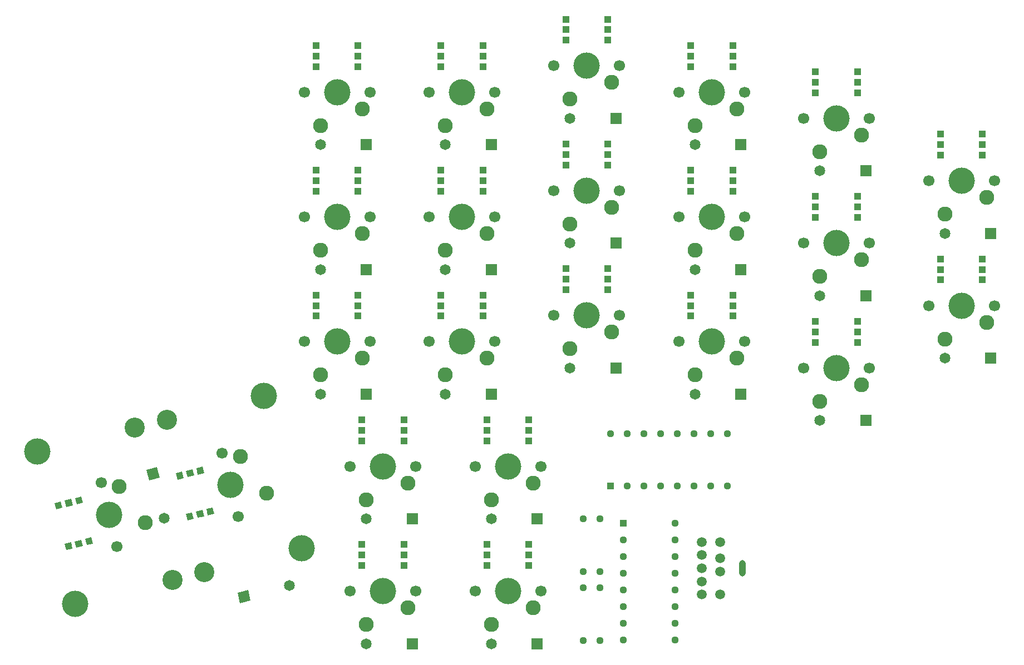
<source format=gbr>
%TF.GenerationSoftware,KiCad,Pcbnew,(5.1.10)-1*%
%TF.CreationDate,2021-08-19T22:55:08-05:00*%
%TF.ProjectId,RightHand,52696768-7448-4616-9e64-2e6b69636164,rev?*%
%TF.SameCoordinates,Original*%
%TF.FileFunction,Soldermask,Bot*%
%TF.FilePolarity,Negative*%
%FSLAX46Y46*%
G04 Gerber Fmt 4.6, Leading zero omitted, Abs format (unit mm)*
G04 Created by KiCad (PCBNEW (5.1.10)-1) date 2021-08-19 22:55:08*
%MOMM*%
%LPD*%
G01*
G04 APERTURE LIST*
%ADD10C,1.130000*%
%ADD11R,1.130000X1.130000*%
%ADD12C,1.500000*%
%ADD13O,1.000000X2.500000*%
%ADD14C,4.000000*%
%ADD15C,1.700000*%
%ADD16C,2.286000*%
%ADD17C,1.651000*%
%ADD18R,1.651000X1.651000*%
%ADD19R,1.000000X1.000000*%
%ADD20C,3.050000*%
%ADD21C,0.100000*%
G04 APERTURE END LIST*
D10*
%TO.C,UREG1*%
X151470000Y-79110000D03*
X151470000Y-81650000D03*
X151470000Y-84190000D03*
X151470000Y-86730000D03*
X151470000Y-89270000D03*
X151470000Y-91810000D03*
X151470000Y-94350000D03*
X151470000Y-96890000D03*
X143530000Y-96890000D03*
X143530000Y-94350000D03*
X143530000Y-91810000D03*
X143530000Y-89270000D03*
X143530000Y-86730000D03*
X143530000Y-84190000D03*
X143530000Y-81650000D03*
D11*
X143530000Y-79110000D03*
%TD*%
D10*
%TO.C,UDEMUX1*%
X141610000Y-65530000D03*
X144150000Y-65530000D03*
X146690000Y-65530000D03*
X149230000Y-65530000D03*
X151770000Y-65530000D03*
X154310000Y-65530000D03*
X156850000Y-65530000D03*
X159390000Y-65530000D03*
X159390000Y-73470000D03*
X156850000Y-73470000D03*
X154310000Y-73470000D03*
X151770000Y-73470000D03*
X149230000Y-73470000D03*
X146690000Y-73470000D03*
X144150000Y-73470000D03*
D11*
X141610000Y-73470000D03*
%TD*%
D12*
%TO.C,UD9*%
X155500000Y-82000000D03*
X155500000Y-84000000D03*
X155500000Y-86000000D03*
X155500000Y-88000000D03*
X155500000Y-90000000D03*
X158300000Y-90000000D03*
X158300000Y-82000000D03*
X158300000Y-84500000D03*
X158300000Y-86500000D03*
D13*
X161650000Y-86000000D03*
%TD*%
D10*
%TO.C,R3*%
X137500000Y-78500000D03*
X137500000Y-86500000D03*
%TD*%
%TO.C,R2*%
X140000000Y-78500000D03*
X140000000Y-86500000D03*
%TD*%
%TO.C,R1*%
X140000000Y-97000000D03*
X140000000Y-89000000D03*
%TD*%
%TO.C,R0*%
X137500000Y-89000000D03*
X137500000Y-97000000D03*
%TD*%
D14*
%TO.C,KY1*%
X100000000Y-13500000D03*
D15*
X95000000Y-13500000D03*
X105000000Y-13500000D03*
D16*
X103810000Y-16040000D03*
X97460000Y-18580000D03*
D17*
X97460000Y-21500000D03*
D18*
X104460000Y-21500000D03*
D19*
X96800000Y-6400000D03*
X96800000Y-8000000D03*
X96800000Y-9600000D03*
X103200000Y-6400000D03*
X103200000Y-8000000D03*
X103200000Y-9600000D03*
%TD*%
D14*
%TO.C,KU1*%
X119000000Y-13500000D03*
D15*
X114000000Y-13500000D03*
X124000000Y-13500000D03*
D16*
X122810000Y-16040000D03*
X116460000Y-18580000D03*
D17*
X116460000Y-21500000D03*
D18*
X123460000Y-21500000D03*
D19*
X115800000Y-6400000D03*
X115800000Y-8000000D03*
X115800000Y-9600000D03*
X122200000Y-6400000D03*
X122200000Y-8000000D03*
X122200000Y-9600000D03*
%TD*%
D14*
%TO.C,KTG_D1*%
X126000000Y-89500000D03*
D15*
X121000000Y-89500000D03*
X131000000Y-89500000D03*
D16*
X129810000Y-92040000D03*
X123460000Y-94580000D03*
D17*
X123460000Y-97500000D03*
D18*
X130460000Y-97500000D03*
D19*
X122800000Y-82400000D03*
X122800000Y-84000000D03*
X122800000Y-85600000D03*
X129200000Y-82400000D03*
X129200000Y-84000000D03*
X129200000Y-85600000D03*
%TD*%
D14*
%TO.C,KTG_C1*%
X107000000Y-89500000D03*
D15*
X102000000Y-89500000D03*
X112000000Y-89500000D03*
D16*
X110810000Y-92040000D03*
X104460000Y-94580000D03*
D17*
X104460000Y-97500000D03*
D18*
X111460000Y-97500000D03*
D19*
X103800000Y-82400000D03*
X103800000Y-84000000D03*
X103800000Y-85600000D03*
X110200000Y-82400000D03*
X110200000Y-84000000D03*
X110200000Y-85600000D03*
%TD*%
D14*
%TO.C,KTG_B1*%
X126000000Y-70500000D03*
D15*
X121000000Y-70500000D03*
X131000000Y-70500000D03*
D16*
X129810000Y-73040000D03*
X123460000Y-75580000D03*
D17*
X123460000Y-78500000D03*
D18*
X130460000Y-78500000D03*
D19*
X129200000Y-66600000D03*
X129200000Y-65000000D03*
X129200000Y-63400000D03*
X122800000Y-66600000D03*
X122800000Y-65000000D03*
X122800000Y-63400000D03*
%TD*%
D14*
%TO.C,KTG_A1*%
X107000000Y-70500000D03*
D15*
X102000000Y-70500000D03*
X112000000Y-70500000D03*
D16*
X110810000Y-73040000D03*
X104460000Y-75580000D03*
D17*
X104460000Y-78500000D03*
D18*
X111460000Y-78500000D03*
D19*
X110200000Y-66600000D03*
X110200000Y-65000000D03*
X110200000Y-63400000D03*
X103800000Y-66600000D03*
X103800000Y-65000000D03*
X103800000Y-63400000D03*
%TD*%
D14*
%TO.C,KSEMICOLON1*%
X176000000Y-36500000D03*
D15*
X171000000Y-36500000D03*
X181000000Y-36500000D03*
D16*
X179810000Y-39040000D03*
X173460000Y-41580000D03*
D17*
X173460000Y-44500000D03*
D18*
X180460000Y-44500000D03*
D19*
X179200000Y-32600000D03*
X179200000Y-31000000D03*
X179200000Y-29400000D03*
X172800000Y-32600000D03*
X172800000Y-31000000D03*
X172800000Y-29400000D03*
%TD*%
D14*
%TO.C,KPERIOD1*%
X157000000Y-51500000D03*
D15*
X152000000Y-51500000D03*
X162000000Y-51500000D03*
D16*
X160810000Y-54040000D03*
X154460000Y-56580000D03*
D17*
X154460000Y-59500000D03*
D18*
X161460000Y-59500000D03*
D19*
X153800000Y-44400000D03*
X153800000Y-46000000D03*
X153800000Y-47600000D03*
X160200000Y-44400000D03*
X160200000Y-46000000D03*
X160200000Y-47600000D03*
%TD*%
D14*
%TO.C,KP1*%
X176000000Y-17500000D03*
D15*
X171000000Y-17500000D03*
X181000000Y-17500000D03*
D16*
X179810000Y-20040000D03*
X173460000Y-22580000D03*
D17*
X173460000Y-25500000D03*
D18*
X180460000Y-25500000D03*
D19*
X172800000Y-10400000D03*
X172800000Y-12000000D03*
X172800000Y-13600000D03*
X179200000Y-10400000D03*
X179200000Y-12000000D03*
X179200000Y-13600000D03*
%TD*%
D14*
%TO.C,KO1*%
X157000000Y-13500000D03*
D15*
X152000000Y-13500000D03*
X162000000Y-13500000D03*
D16*
X160810000Y-16040000D03*
X154460000Y-18580000D03*
D17*
X154460000Y-21500000D03*
D18*
X161460000Y-21500000D03*
D19*
X153800000Y-6400000D03*
X153800000Y-8000000D03*
X153800000Y-9600000D03*
X160200000Y-6400000D03*
X160200000Y-8000000D03*
X160200000Y-9600000D03*
%TD*%
D14*
%TO.C,KN1*%
X100000000Y-51500000D03*
D15*
X95000000Y-51500000D03*
X105000000Y-51500000D03*
D16*
X103810000Y-54040000D03*
X97460000Y-56580000D03*
D17*
X97460000Y-59500000D03*
D18*
X104460000Y-59500000D03*
D19*
X96800000Y-44400000D03*
X96800000Y-46000000D03*
X96800000Y-47600000D03*
X103200000Y-44400000D03*
X103200000Y-46000000D03*
X103200000Y-47600000D03*
%TD*%
D14*
%TO.C,KM1*%
X119000000Y-51500000D03*
D15*
X114000000Y-51500000D03*
X124000000Y-51500000D03*
D16*
X122810000Y-54040000D03*
X116460000Y-56580000D03*
D17*
X116460000Y-59500000D03*
D18*
X123460000Y-59500000D03*
D19*
X115800000Y-44400000D03*
X115800000Y-46000000D03*
X115800000Y-47600000D03*
X122200000Y-44400000D03*
X122200000Y-46000000D03*
X122200000Y-47600000D03*
%TD*%
D14*
%TO.C,KL1*%
X157000000Y-32500000D03*
D15*
X152000000Y-32500000D03*
X162000000Y-32500000D03*
D16*
X160810000Y-35040000D03*
X154460000Y-37580000D03*
D17*
X154460000Y-40500000D03*
D18*
X161460000Y-40500000D03*
D19*
X160200000Y-28600000D03*
X160200000Y-27000000D03*
X160200000Y-25400000D03*
X153800000Y-28600000D03*
X153800000Y-27000000D03*
X153800000Y-25400000D03*
%TD*%
D14*
%TO.C,KK1*%
X138000000Y-28500000D03*
D15*
X133000000Y-28500000D03*
X143000000Y-28500000D03*
D16*
X141810000Y-31040000D03*
X135460000Y-33580000D03*
D17*
X135460000Y-36500000D03*
D18*
X142460000Y-36500000D03*
D19*
X141200000Y-24600000D03*
X141200000Y-23000000D03*
X141200000Y-21400000D03*
X134800000Y-24600000D03*
X134800000Y-23000000D03*
X134800000Y-21400000D03*
%TD*%
D14*
%TO.C,KJ1*%
X119000000Y-32500000D03*
D15*
X114000000Y-32500000D03*
X124000000Y-32500000D03*
D16*
X122810000Y-35040000D03*
X116460000Y-37580000D03*
D17*
X116460000Y-40500000D03*
D18*
X123460000Y-40500000D03*
D19*
X122200000Y-28600000D03*
X122200000Y-27000000D03*
X122200000Y-25400000D03*
X115800000Y-28600000D03*
X115800000Y-27000000D03*
X115800000Y-25400000D03*
%TD*%
D14*
%TO.C,KI1*%
X138000000Y-9500000D03*
D15*
X133000000Y-9500000D03*
X143000000Y-9500000D03*
D16*
X141810000Y-12040000D03*
X135460000Y-14580000D03*
D17*
X135460000Y-17500000D03*
D18*
X142460000Y-17500000D03*
D19*
X134800000Y-2400000D03*
X134800000Y-4000000D03*
X134800000Y-5600000D03*
X141200000Y-2400000D03*
X141200000Y-4000000D03*
X141200000Y-5600000D03*
%TD*%
D14*
%TO.C,KH1*%
X100000000Y-32500000D03*
D15*
X95000000Y-32500000D03*
X105000000Y-32500000D03*
D16*
X103810000Y-35040000D03*
X97460000Y-37580000D03*
D17*
X97460000Y-40500000D03*
D18*
X104460000Y-40500000D03*
D19*
X103200000Y-28600000D03*
X103200000Y-27000000D03*
X103200000Y-25400000D03*
X96800000Y-28600000D03*
X96800000Y-27000000D03*
X96800000Y-25400000D03*
%TD*%
D14*
%TO.C,KFSLASH1*%
X176000000Y-55500000D03*
D15*
X171000000Y-55500000D03*
X181000000Y-55500000D03*
D16*
X179810000Y-58040000D03*
X173460000Y-60580000D03*
D17*
X173460000Y-63500000D03*
D18*
X180460000Y-63500000D03*
D19*
X172800000Y-48400000D03*
X172800000Y-50000000D03*
X172800000Y-51600000D03*
X179200000Y-48400000D03*
X179200000Y-50000000D03*
X179200000Y-51600000D03*
%TD*%
D14*
%TO.C,KENTER1*%
X195000000Y-46000000D03*
D15*
X190000000Y-46000000D03*
X200000000Y-46000000D03*
D16*
X198810000Y-48540000D03*
X192460000Y-51080000D03*
D17*
X192460000Y-54000000D03*
D18*
X199460000Y-54000000D03*
D19*
X198200000Y-42100000D03*
X198200000Y-40500000D03*
X198200000Y-38900000D03*
X191800000Y-42100000D03*
X191800000Y-40500000D03*
X191800000Y-38900000D03*
%TD*%
D14*
%TO.C,KCOMMA1*%
X138000000Y-47500000D03*
D15*
X133000000Y-47500000D03*
X143000000Y-47500000D03*
D16*
X141810000Y-50040000D03*
X135460000Y-52580000D03*
D17*
X135460000Y-55500000D03*
D18*
X142460000Y-55500000D03*
D19*
X134800000Y-40400000D03*
X134800000Y-42000000D03*
X134800000Y-43600000D03*
X141200000Y-40400000D03*
X141200000Y-42000000D03*
X141200000Y-43600000D03*
%TD*%
D14*
%TO.C,KBACKSPACE1*%
X195000000Y-27000000D03*
D15*
X190000000Y-27000000D03*
X200000000Y-27000000D03*
D16*
X198810000Y-29540000D03*
X192460000Y-32080000D03*
D17*
X192460000Y-35000000D03*
D18*
X199460000Y-35000000D03*
D19*
X191800000Y-19900000D03*
X191800000Y-21500000D03*
X191800000Y-23100000D03*
X198200000Y-19900000D03*
X198200000Y-21500000D03*
X198200000Y-23100000D03*
%TD*%
D14*
%TO.C,KT2_1*%
X88896257Y-59753541D03*
X94592436Y-82944228D03*
D20*
X79792350Y-86579478D03*
X74096171Y-63388791D03*
D14*
X83742200Y-73314400D03*
D15*
X84934867Y-78170071D03*
X82549533Y-68458729D03*
D16*
X85300069Y-69008503D03*
X89281437Y-74569331D03*
D17*
X92730631Y-88611933D03*
D21*
G36*
X86853581Y-90905512D02*
G01*
X85250238Y-91299331D01*
X84856419Y-89695988D01*
X86459762Y-89302169D01*
X86853581Y-90905512D01*
G37*
G36*
X79796303Y-71503351D02*
G01*
X78825169Y-71741885D01*
X78586635Y-70770751D01*
X79557769Y-70532217D01*
X79796303Y-71503351D01*
G37*
G36*
X78242488Y-71885004D02*
G01*
X77271354Y-72123538D01*
X77032820Y-71152404D01*
X78003954Y-70913870D01*
X78242488Y-71885004D01*
G37*
G36*
X76688674Y-72266658D02*
G01*
X75717540Y-72505192D01*
X75479006Y-71534058D01*
X76450140Y-71295524D01*
X76688674Y-72266658D01*
G37*
G36*
X81322917Y-77718610D02*
G01*
X80351783Y-77957144D01*
X80113249Y-76986010D01*
X81084383Y-76747476D01*
X81322917Y-77718610D01*
G37*
G36*
X79769103Y-78100264D02*
G01*
X78797969Y-78338798D01*
X78559435Y-77367664D01*
X79530569Y-77129130D01*
X79769103Y-78100264D01*
G37*
G36*
X78215288Y-78481917D02*
G01*
X77244154Y-78720451D01*
X77005620Y-77749317D01*
X77976754Y-77510783D01*
X78215288Y-78481917D01*
G37*
%TD*%
D20*
%TO.C,KT2_2*%
X74936629Y-87772009D03*
X69240450Y-64581322D03*
D14*
X60136543Y-91407259D03*
X54440364Y-68216572D03*
X65290600Y-77846400D03*
D15*
X66483267Y-82702071D03*
X64097933Y-72990729D03*
D16*
X66848469Y-73540503D03*
X70829837Y-79101331D03*
D17*
X73665549Y-78404813D03*
D21*
G36*
X72994396Y-72211635D02*
G01*
X71391053Y-72605454D01*
X70997234Y-71002111D01*
X72600577Y-70608292D01*
X72994396Y-72211635D01*
G37*
G36*
X59763688Y-83013917D02*
G01*
X58792554Y-83252451D01*
X58554020Y-82281317D01*
X59525154Y-82042783D01*
X59763688Y-83013917D01*
G37*
G36*
X61317503Y-82632264D02*
G01*
X60346369Y-82870798D01*
X60107835Y-81899664D01*
X61078969Y-81661130D01*
X61317503Y-82632264D01*
G37*
G36*
X62871317Y-82250610D02*
G01*
X61900183Y-82489144D01*
X61661649Y-81518010D01*
X62632783Y-81279476D01*
X62871317Y-82250610D01*
G37*
G36*
X58237074Y-76798658D02*
G01*
X57265940Y-77037192D01*
X57027406Y-76066058D01*
X57998540Y-75827524D01*
X58237074Y-76798658D01*
G37*
G36*
X59790888Y-76417004D02*
G01*
X58819754Y-76655538D01*
X58581220Y-75684404D01*
X59552354Y-75445870D01*
X59790888Y-76417004D01*
G37*
G36*
X61344703Y-76035351D02*
G01*
X60373569Y-76273885D01*
X60135035Y-75302751D01*
X61106169Y-75064217D01*
X61344703Y-76035351D01*
G37*
%TD*%
M02*

</source>
